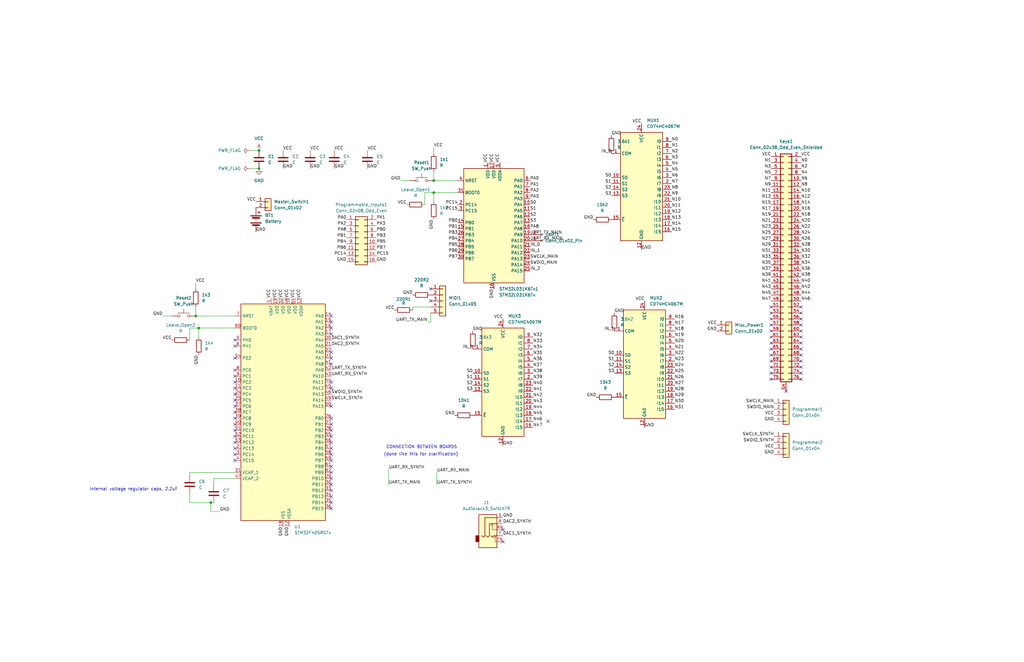
<source format=kicad_sch>
(kicad_sch (version 20231120) (generator "eeschema") (generator_version "8.0")
  (paper "User" 431.8 279.4)
  (lib_symbols
    (symbol "74xx:CD74HC4067M"
      (property "Reference" "U" (at -8.89 22.86 0))
      (property "Value" "CD74HC4067M" (at 1.27 22.86 0))
      (symbol "CD74HC4067M_1_1"
        (pin passive line (at -12.7 12.7 0) (length 3.81) (name "COM") (number "1"))
        (pin input line (at -12.7 2.54 0) (length 3.81) (name "S0") (number "10"))
        (pin input line (at -12.7 0 0) (length 3.81) (name "S1") (number "11"))
        (pin power_in line (at 0 -27.94 90) (length 3.81) (name "GND") (number "12"))
        (pin input line (at -12.7 -5.08 0) (length 3.81) (name "S3") (number "13"))
        (pin input line (at -12.7 -2.54 0) (length 3.81) (name "S2") (number "14"))
        (pin input line (at -12.7 -15.24 0) (length 3.81) (name "~{E}") (number "15"))
        (pin passive line (at 12.7 -20.32 180) (length 3.81) (name "I15") (number "16"))
        (pin passive line (at 12.7 -17.78 180) (length 3.81) (name "I14") (number "17"))
        (pin passive line (at 12.7 -15.24 180) (length 3.81) (name "I13") (number "18"))
        (pin passive line (at 12.7 -12.7 180) (length 3.81) (name "I12") (number "19"))
        (pin passive line (at 12.7 0 180) (length 3.81) (name "I7") (number "2"))
        (pin passive line (at 12.7 -10.16 180) (length 3.81) (name "I11") (number "20"))
        (pin passive line (at 12.7 -7.62 180) (length 3.81) (name "I10") (number "21"))
        (pin passive line (at 12.7 -5.08 180) (length 3.81) (name "I9") (number "22"))
        (pin passive line (at 12.7 -2.54 180) (length 3.81) (name "I8") (number "23"))
        (pin power_in line (at 0 25.4 270) (length 3.81) (name "VCC") (number "24"))
        (pin passive line (at 12.7 2.54 180) (length 3.81) (name "I6") (number "3"))
        (pin passive line (at 12.7 5.08 180) (length 3.81) (name "I5") (number "4"))
        (pin passive line (at 12.7 7.62 180) (length 3.81) (name "I4") (number "5"))
        (pin passive line (at 12.7 10.16 180) (length 3.81) (name "I3") (number "6"))
        (pin passive line (at 12.7 12.7 180) (length 3.81) (name "I2") (number "7"))
        (pin passive line (at 12.7 15.24 180) (length 3.81) (name "I1") (number "8"))
        (pin passive line (at 12.7 17.78 180) (length 3.81) (name "I0") (number "9"))
      )
    )
    (symbol "Connector:Conn_01x02_Pin" (pin_names (offset 1.016) hide)
      (property "Reference" "J" (at 0 2.54 0))
      (property "Value" "Conn_01x02_Pin" (at 0 -5.08 0))
      (symbol "Conn_01x02_Pin_1_1"
        (pin passive line (at 5.08 0 180) (length 3.81) (name "Pin_1") (number "1"))
        (pin passive line (at 5.08 -2.54 180) (length 3.81) (name "Pin_2") (number "2"))
      )
    )
    (symbol "Connector_Audio:AudioJack3_SwitchTR"
      (property "Reference" "J" (at 0 8.89 0))
      (property "Value" "AudioJack3_SwitchTR" (at 0 6.35 0))
      (symbol "AudioJack3_SwitchTR_1_1"
        (pin passive line (at 5.08 0 180) (length 2.54) (name "~") (number "R"))
        (pin passive line (at 5.08 -2.54 180) (length 2.54) (name "~") (number "RN"))
        (pin passive line (at 5.08 2.54 180) (length 2.54) (name "~") (number "S"))
        (pin passive line (at 5.08 -5.08 180) (length 2.54) (name "~") (number "T"))
        (pin passive line (at 5.08 -7.62 180) (length 2.54) (name "~") (number "TN"))
      )
    )
    (symbol "Connector_Generic:Conn_01x02" (pin_names (offset 1.016) hide)
      (property "Reference" "J" (at 0 2.54 0))
      (property "Value" "Conn_01x02" (at 0 -5.08 0))
      (symbol "Conn_01x02_1_1"
        (pin passive line (at -5.08 0 0) (length 3.81) (name "Pin_1") (number "1"))
        (pin passive line (at -5.08 -2.54 0) (length 3.81) (name "Pin_2") (number "2"))
      )
    )
    (symbol "Connector_Generic:Conn_01x04" (pin_names (offset 1.016) hide)
      (property "Reference" "J" (at 0 5.08 0))
      (property "Value" "Conn_01x04" (at 0 -7.62 0))
      (symbol "Conn_01x04_1_1"
        (pin passive line (at -5.08 2.54 0) (length 3.81) (name "Pin_1") (number "1"))
        (pin passive line (at -5.08 0 0) (length 3.81) (name "Pin_2") (number "2"))
        (pin passive line (at -5.08 -2.54 0) (length 3.81) (name "Pin_3") (number "3"))
        (pin passive line (at -5.08 -5.08 0) (length 3.81) (name "Pin_4") (number "4"))
      )
    )
    (symbol "Connector_Generic:Conn_01x05" (pin_names (offset 1.016) hide)
      (property "Reference" "J" (at 0 7.62 0))
      (property "Value" "Conn_01x05" (at 0 -7.62 0))
      (symbol "Conn_01x05_1_1"
        (pin passive line (at -5.08 5.08 0) (length 3.81) (name "Pin_1") (number "1"))
        (pin passive line (at -5.08 2.54 0) (length 3.81) (name "Pin_2") (number "2"))
        (pin passive line (at -5.08 0 0) (length 3.81) (name "Pin_3") (number "3"))
        (pin passive line (at -5.08 -2.54 0) (length 3.81) (name "Pin_4") (number "4"))
        (pin passive line (at -5.08 -5.08 0) (length 3.81) (name "Pin_5") (number "5"))
      )
    )
    (symbol "Connector_Generic:Conn_02x08_Odd_Even" (pin_names (offset 1.016) hide)
      (property "Reference" "J" (at 1.27 10.16 0))
      (property "Value" "Conn_02x08_Odd_Even" (at 1.27 -12.7 0))
      (symbol "Conn_02x08_Odd_Even_1_1"
        (pin passive line (at -5.08 7.62 0) (length 3.81) (name "Pin_1") (number "1"))
        (pin passive line (at 7.62 -2.54 180) (length 3.81) (name "Pin_10") (number "10"))
        (pin passive line (at -5.08 -5.08 0) (length 3.81) (name "Pin_11") (number "11"))
        (pin passive line (at 7.62 -5.08 180) (length 3.81) (name "Pin_12") (number "12"))
        (pin passive line (at -5.08 -7.62 0) (length 3.81) (name "Pin_13") (number "13"))
        (pin passive line (at 7.62 -7.62 180) (length 3.81) (name "Pin_14") (number "14"))
        (pin passive line (at -5.08 -10.16 0) (length 3.81) (name "Pin_15") (number "15"))
        (pin passive line (at 7.62 -10.16 180) (length 3.81) (name "Pin_16") (number "16"))
        (pin passive line (at 7.62 7.62 180) (length 3.81) (name "Pin_2") (number "2"))
        (pin passive line (at -5.08 5.08 0) (length 3.81) (name "Pin_3") (number "3"))
        (pin passive line (at 7.62 5.08 180) (length 3.81) (name "Pin_4") (number "4"))
        (pin passive line (at -5.08 2.54 0) (length 3.81) (name "Pin_5") (number "5"))
        (pin passive line (at 7.62 2.54 180) (length 3.81) (name "Pin_6") (number "6"))
        (pin passive line (at -5.08 0 0) (length 3.81) (name "Pin_7") (number "7"))
        (pin passive line (at 7.62 0 180) (length 3.81) (name "Pin_8") (number "8"))
        (pin passive line (at -5.08 -2.54 0) (length 3.81) (name "Pin_9") (number "9"))
      )
    )
    (symbol "Connector_Generic_Shielded:Conn_02x38_Odd_Even_Shielded" (pin_names (offset 1.016) hide)
      (property "Reference" "J" (at 1.524 48.006 0))
      (property "Value" "Conn_02x38_Odd_Even_Shielded" (at 2.286 -50.546 0))
      (symbol "Conn_02x38_Odd_Even_Shielded_1_1"
        (pin passive line (at -5.08 45.72 0) (length 4.064) (name "Pin_1") (number "1"))
        (pin passive line (at 7.62 35.56 180) (length 4.064) (name "Pin_10") (number "10"))
        (pin passive line (at -5.08 33.02 0) (length 4.064) (name "Pin_11") (number "11"))
        (pin passive line (at 7.62 33.02 180) (length 4.064) (name "Pin_12") (number "12"))
        (pin passive line (at -5.08 30.48 0) (length 4.064) (name "Pin_13") (number "13"))
        (pin passive line (at 7.62 30.48 180) (length 4.064) (name "Pin_14") (number "14"))
        (pin passive line (at -5.08 27.94 0) (length 4.064) (name "Pin_15") (number "15"))
        (pin passive line (at 7.62 27.94 180) (length 4.064) (name "Pin_16") (number "16"))
        (pin passive line (at -5.08 25.4 0) (length 4.064) (name "Pin_17") (number "17"))
        (pin passive line (at 7.62 25.4 180) (length 4.064) (name "Pin_18") (number "18"))
        (pin passive line (at -5.08 22.86 0) (length 4.064) (name "Pin_19") (number "19"))
        (pin passive line (at 7.62 45.72 180) (length 4.064) (name "Pin_2") (number "2"))
        (pin passive line (at 7.62 22.86 180) (length 4.064) (name "Pin_20") (number "20"))
        (pin passive line (at -5.08 20.32 0) (length 4.064) (name "Pin_21") (number "21"))
        (pin passive line (at 7.62 20.32 180) (length 4.064) (name "Pin_22") (number "22"))
        (pin passive line (at -5.08 17.78 0) (length 4.064) (name "Pin_23") (number "23"))
        (pin passive line (at 7.62 17.78 180) (length 4.064) (name "Pin_24") (number "24"))
        (pin passive line (at -5.08 15.24 0) (length 4.064) (name "Pin_25") (number "25"))
        (pin passive line (at 7.62 15.24 180) (length 4.064) (name "Pin_26") (number "26"))
        (pin passive line (at -5.08 12.7 0) (length 4.064) (name "Pin_27") (number "27"))
        (pin passive line (at 7.62 12.7 180) (length 4.064) (name "Pin_28") (number "28"))
        (pin passive line (at -5.08 10.16 0) (length 4.064) (name "Pin_29") (number "29"))
        (pin passive line (at -5.08 43.18 0) (length 4.064) (name "Pin_3") (number "3"))
        (pin passive line (at 7.62 10.16 180) (length 4.064) (name "Pin_30") (number "30"))
        (pin passive line (at -5.08 7.62 0) (length 4.064) (name "Pin_31") (number "31"))
        (pin passive line (at 7.62 7.62 180) (length 4.064) (name "Pin_32") (number "32"))
        (pin passive line (at -5.08 5.08 0) (length 4.064) (name "Pin_33") (number "33"))
        (pin passive line (at 7.62 5.08 180) (length 4.064) (name "Pin_34") (number "34"))
        (pin passive line (at -5.08 2.54 0) (length 4.064) (name "Pin_35") (number "35"))
        (pin passive line (at 7.62 2.54 180) (length 4.064) (name "Pin_36") (number "36"))
        (pin passive line (at -5.08 0 0) (length 4.064) (name "Pin_37") (number "37"))
        (pin passive line (at 7.62 0 180) (length 4.064) (name "Pin_38") (number "38"))
        (pin passive line (at -5.08 -2.54 0) (length 4.064) (name "Pin_39") (number "39"))
        (pin passive line (at 7.62 43.18 180) (length 4.064) (name "Pin_4") (number "4"))
        (pin passive line (at 7.62 -2.54 180) (length 4.064) (name "Pin_40") (number "40"))
        (pin passive line (at -5.08 -5.08 0) (length 4.064) (name "Pin_41") (number "41"))
        (pin passive line (at 7.62 -5.08 180) (length 4.064) (name "Pin_42") (number "42"))
        (pin passive line (at -5.08 -7.62 0) (length 4.064) (name "Pin_43") (number "43"))
        (pin passive line (at 7.62 -7.62 180) (length 4.064) (name "Pin_44") (number "44"))
        (pin passive line (at -5.08 -10.16 0) (length 4.064) (name "Pin_45") (number "45"))
        (pin passive line (at 7.62 -10.16 180) (length 4.064) (name "Pin_46") (number "46"))
        (pin passive line (at -5.08 -12.7 0) (length 4.064) (name "Pin_47") (number "47"))
        (pin passive line (at 7.62 -12.7 180) (length 4.064) (name "Pin_48") (number "48"))
        (pin passive line (at -5.08 -15.24 0) (length 4.064) (name "Pin_49") (number "49"))
        (pin passive line (at -5.08 40.64 0) (length 4.064) (name "Pin_5") (number "5"))
        (pin passive line (at 7.62 -15.24 180) (length 4.064) (name "Pin_50") (number "50"))
        (pin passive line (at -5.08 -17.78 0) (length 4.064) (name "Pin_51") (number "51"))
        (pin passive line (at 7.62 -17.78 180) (length 4.064) (name "Pin_52") (number "52"))
        (pin passive line (at -5.08 -20.32 0) (length 4.064) (name "Pin_53") (number "53"))
        (pin passive line (at 7.62 -20.32 180) (length 4.064) (name "Pin_54") (number "54"))
        (pin passive line (at -5.08 -22.86 0) (length 4.064) (name "Pin_55") (number "55"))
        (pin passive line (at 7.62 -22.86 180) (length 4.064) (name "Pin_56") (number "56"))
        (pin passive line (at -5.08 -25.4 0) (length 4.064) (name "Pin_57") (number "57"))
        (pin passive line (at 7.62 -25.4 180) (length 4.064) (name "Pin_58") (number "58"))
        (pin passive line (at -5.08 -27.94 0) (length 4.064) (name "Pin_59") (number "59"))
        (pin passive line (at 7.62 40.64 180) (length 4.064) (name "Pin_6") (number "6"))
        (pin passive line (at 7.62 -27.94 180) (length 4.064) (name "Pin_60") (number "60"))
        (pin passive line (at -5.08 -30.48 0) (length 4.064) (name "Pin_61") (number "61"))
        (pin passive line (at 7.62 -30.48 180) (length 4.064) (name "Pin_62") (number "62"))
        (pin passive line (at -5.08 -33.02 0) (length 4.064) (name "Pin_63") (number "63"))
        (pin passive line (at 7.62 -33.02 180) (length 4.064) (name "Pin_64") (number "64"))
        (pin passive line (at -5.08 -35.56 0) (length 4.064) (name "Pin_65") (number "65"))
        (pin passive line (at 7.62 -35.56 180) (length 4.064) (name "Pin_66") (number "66"))
        (pin passive line (at -5.08 -38.1 0) (length 4.064) (name "Pin_67") (number "67"))
        (pin passive line (at 7.62 -38.1 180) (length 4.064) (name "Pin_68") (number "68"))
        (pin passive line (at -5.08 -40.64 0) (length 4.064) (name "Pin_69") (number "69"))
        (pin passive line (at -5.08 38.1 0) (length 4.064) (name "Pin_7") (number "7"))
        (pin passive line (at 7.62 -40.64 180) (length 4.064) (name "Pin_70") (number "70"))
        (pin passive line (at -5.08 -43.18 0) (length 4.064) (name "Pin_71") (number "71"))
        (pin passive line (at 7.62 -43.18 180) (length 4.064) (name "Pin_72") (number "72"))
        (pin passive line (at -5.08 -45.72 0) (length 4.064) (name "Pin_73") (number "73"))
        (pin passive line (at 7.62 -45.72 180) (length 4.064) (name "Pin_74") (number "74"))
        (pin passive line (at -5.08 -48.26 0) (length 4.064) (name "Pin_75") (number "75"))
        (pin passive line (at 7.62 -48.26 180) (length 4.064) (name "Pin_76") (number "76"))
        (pin passive line (at 7.62 38.1 180) (length 4.064) (name "Pin_8") (number "8"))
        (pin passive line (at -5.08 35.56 0) (length 4.064) (name "Pin_9") (number "9"))
        (pin passive line (at 1.27 -53.34 90) (length 3.81) (name "Shield") (number "SH"))
      )
    )
    (symbol "Device:Battery" (pin_numbers hide) (pin_names (offset 0) hide)
      (property "Reference" "BT" (at 2.54 2.54 0))
      (property "Value" "Battery" (at 2.54 0 0))
      (symbol "Battery_1_1"
        (pin passive line (at 0 5.08 270) (length 2.54) (name "+") (number "1"))
        (pin passive line (at 0 -5.08 90) (length 2.54) (name "-") (number "2"))
      )
    )
    (symbol "Device:C" (pin_numbers hide) (pin_names (offset 0.254))
      (property "Reference" "C" (at 0.635 2.54 0))
      (property "Value" "C" (at 0.635 -2.54 0))
      (symbol "C_1_1"
        (pin passive line (at 0 3.81 270) (length 2.794) (name "~") (number "1"))
        (pin passive line (at 0 -3.81 90) (length 2.794) (name "~") (number "2"))
      )
    )
    (symbol "Device:R" (pin_numbers hide) (pin_names (offset 0))
      (property "Reference" "R" (at 2.032 0 90))
      (property "Value" "R" (at 0 0 90))
      (symbol "R_1_1"
        (pin passive line (at 0 3.81 270) (length 1.27) (name "~") (number "1"))
        (pin passive line (at 0 -3.81 90) (length 1.27) (name "~") (number "2"))
      )
    )
    (symbol "MCU_ST_STM32F4:STM32F405RGTx"
      (property "Reference" "U" (at -17.78 46.99 0))
      (property "Value" "STM32F405RGTx" (at 10.16 46.99 0))
      (symbol "STM32F405RGTx_1_1"
        (pin power_in line (at -5.08 48.26 270) (length 2.54) (name "VBAT") (number "1"))
        (pin bidirectional line (at -20.32 12.7 0) (length 2.54) (name "PC2") (number "10"))
        (pin bidirectional line (at -20.32 10.16 0) (length 2.54) (name "PC3") (number "11"))
        (pin power_in line (at 2.54 -48.26 90) (length 2.54) (name "VSSA") (number "12"))
        (pin power_in line (at 7.62 48.26 270) (length 2.54) (name "VDDA") (number "13"))
        (pin bidirectional line (at 20.32 40.64 180) (length 2.54) (name "PA0") (number "14"))
        (pin bidirectional line (at 20.32 38.1 180) (length 2.54) (name "PA1") (number "15"))
        (pin bidirectional line (at 20.32 35.56 180) (length 2.54) (name "PA2") (number "16"))
        (pin bidirectional line (at 20.32 33.02 180) (length 2.54) (name "PA3") (number "17"))
        (pin power_in line (at 0 -48.26 90) (length 2.54) (name "VSS") (number "18"))
        (pin power_in line (at -2.54 48.26 270) (length 2.54) (name "VDD") (number "19"))
        (pin bidirectional line (at -20.32 -15.24 0) (length 2.54) (name "PC13") (number "2"))
        (pin bidirectional line (at 20.32 30.48 180) (length 2.54) (name "PA4") (number "20"))
        (pin bidirectional line (at 20.32 27.94 180) (length 2.54) (name "PA5") (number "21"))
        (pin bidirectional line (at 20.32 25.4 180) (length 2.54) (name "PA6") (number "22"))
        (pin bidirectional line (at 20.32 22.86 180) (length 2.54) (name "PA7") (number "23"))
        (pin bidirectional line (at -20.32 7.62 0) (length 2.54) (name "PC4") (number "24"))
        (pin bidirectional line (at -20.32 5.08 0) (length 2.54) (name "PC5") (number "25"))
        (pin bidirectional line (at 20.32 -2.54 180) (length 2.54) (name "PB0") (number "26"))
        (pin bidirectional line (at 20.32 -5.08 180) (length 2.54) (name "PB1") (number "27"))
        (pin bidirectional line (at 20.32 -7.62 180) (length 2.54) (name "PB2") (number "28"))
        (pin bidirectional line (at 20.32 -27.94 180) (length 2.54) (name "PB10") (number "29"))
        (pin bidirectional line (at -20.32 -17.78 0) (length 2.54) (name "PC14") (number "3"))
        (pin bidirectional line (at 20.32 -30.48 180) (length 2.54) (name "PB11") (number "30"))
        (pin power_out line (at -20.32 -25.4 0) (length 2.54) (name "VCAP_1") (number "31"))
        (pin power_in line (at 0 48.26 270) (length 2.54) (name "VDD") (number "32"))
        (pin bidirectional line (at 20.32 -33.02 180) (length 2.54) (name "PB12") (number "33"))
        (pin bidirectional line (at 20.32 -35.56 180) (length 2.54) (name "PB13") (number "34"))
        (pin bidirectional line (at 20.32 -38.1 180) (length 2.54) (name "PB14") (number "35"))
        (pin bidirectional line (at 20.32 -40.64 180) (length 2.54) (name "PB15") (number "36"))
        (pin bidirectional line (at -20.32 2.54 0) (length 2.54) (name "PC6") (number "37"))
        (pin bidirectional line (at -20.32 0 0) (length 2.54) (name "PC7") (number "38"))
        (pin bidirectional line (at -20.32 -2.54 0) (length 2.54) (name "PC8") (number "39"))
        (pin bidirectional line (at -20.32 -20.32 0) (length 2.54) (name "PC15") (number "4"))
        (pin bidirectional line (at -20.32 -5.08 0) (length 2.54) (name "PC9") (number "40"))
        (pin bidirectional line (at 20.32 20.32 180) (length 2.54) (name "PA8") (number "41"))
        (pin bidirectional line (at 20.32 17.78 180) (length 2.54) (name "PA9") (number "42"))
        (pin bidirectional line (at 20.32 15.24 180) (length 2.54) (name "PA10") (number "43"))
        (pin bidirectional line (at 20.32 12.7 180) (length 2.54) (name "PA11") (number "44"))
        (pin bidirectional line (at 20.32 10.16 180) (length 2.54) (name "PA12") (number "45"))
        (pin bidirectional line (at 20.32 7.62 180) (length 2.54) (name "PA13") (number "46"))
        (pin power_out line (at -20.32 -27.94 0) (length 2.54) (name "VCAP_2") (number "47"))
        (pin power_in line (at 2.54 48.26 270) (length 2.54) (name "VDD") (number "48"))
        (pin bidirectional line (at 20.32 5.08 180) (length 2.54) (name "PA14") (number "49"))
        (pin bidirectional line (at -20.32 30.48 0) (length 2.54) (name "PH0") (number "5"))
        (pin bidirectional line (at 20.32 2.54 180) (length 2.54) (name "PA15") (number "50"))
        (pin bidirectional line (at -20.32 -7.62 0) (length 2.54) (name "PC10") (number "51"))
        (pin bidirectional line (at -20.32 -10.16 0) (length 2.54) (name "PC11") (number "52"))
        (pin bidirectional line (at -20.32 -12.7 0) (length 2.54) (name "PC12") (number "53"))
        (pin bidirectional line (at -20.32 22.86 0) (length 2.54) (name "PD2") (number "54"))
        (pin bidirectional line (at 20.32 -10.16 180) (length 2.54) (name "PB3") (number "55"))
        (pin bidirectional line (at 20.32 -12.7 180) (length 2.54) (name "PB4") (number "56"))
        (pin bidirectional line (at 20.32 -15.24 180) (length 2.54) (name "PB5") (number "57"))
        (pin bidirectional line (at 20.32 -17.78 180) (length 2.54) (name "PB6") (number "58"))
        (pin bidirectional line (at 20.32 -20.32 180) (length 2.54) (name "PB7") (number "59"))
        (pin bidirectional line (at -20.32 27.94 0) (length 2.54) (name "PH1") (number "6"))
        (pin input line (at -20.32 35.56 0) (length 2.54) (name "BOOT0") (number "60"))
        (pin bidirectional line (at 20.32 -22.86 180) (length 2.54) (name "PB8") (number "61"))
        (pin bidirectional line (at 20.32 -25.4 180) (length 2.54) (name "PB9") (number "62"))
        (pin passive line (at 0 -48.26 90) (length 2.54) hide (name "VSS") (number "63"))
        (pin power_in line (at 5.08 48.26 270) (length 2.54) (name "VDD") (number "64"))
        (pin input line (at -20.32 40.64 0) (length 2.54) (name "NRST") (number "7"))
        (pin bidirectional line (at -20.32 17.78 0) (length 2.54) (name "PC0") (number "8"))
        (pin bidirectional line (at -20.32 15.24 0) (length 2.54) (name "PC1") (number "9"))
      )
    )
    (symbol "MCU_ST_STM32L0:STM32L031K6Tx"
      (property "Reference" "U" (at -12.7 26.67 0))
      (property "Value" "STM32L031K6Tx" (at 5.08 26.67 0))
      (symbol "STM32L031K6Tx_1_1"
        (pin power_in line (at -2.54 27.94 270) (length 2.54) (name "VDD") (number "1"))
        (pin bidirectional line (at 15.24 10.16 180) (length 2.54) (name "PA4") (number "10"))
        (pin bidirectional line (at 15.24 7.62 180) (length 2.54) (name "PA5") (number "11"))
        (pin bidirectional line (at 15.24 5.08 180) (length 2.54) (name "PA6") (number "12"))
        (pin bidirectional line (at 15.24 2.54 180) (length 2.54) (name "PA7") (number "13"))
        (pin bidirectional line (at -15.24 2.54 0) (length 2.54) (name "PB0") (number "14"))
        (pin bidirectional line (at -15.24 0 0) (length 2.54) (name "PB1") (number "15"))
        (pin power_in line (at 0 -25.4 90) (length 2.54) (name "VSS") (number "16"))
        (pin power_in line (at 0 27.94 270) (length 2.54) (name "VDD") (number "17"))
        (pin bidirectional line (at 15.24 0 180) (length 2.54) (name "PA8") (number "18"))
        (pin bidirectional line (at 15.24 -2.54 180) (length 2.54) (name "PA9") (number "19"))
        (pin bidirectional line (at -15.24 10.16 0) (length 2.54) (name "PC14") (number "2"))
        (pin bidirectional line (at 15.24 -5.08 180) (length 2.54) (name "PA10") (number "20"))
        (pin bidirectional line (at 15.24 -7.62 180) (length 2.54) (name "PA11") (number "21"))
        (pin bidirectional line (at 15.24 -10.16 180) (length 2.54) (name "PA12") (number "22"))
        (pin bidirectional line (at 15.24 -12.7 180) (length 2.54) (name "PA13") (number "23"))
        (pin bidirectional line (at 15.24 -15.24 180) (length 2.54) (name "PA14") (number "24"))
        (pin bidirectional line (at 15.24 -17.78 180) (length 2.54) (name "PA15") (number "25"))
        (pin bidirectional line (at -15.24 -2.54 0) (length 2.54) (name "PB3") (number "26"))
        (pin bidirectional line (at -15.24 -5.08 0) (length 2.54) (name "PB4") (number "27"))
        (pin bidirectional line (at -15.24 -7.62 0) (length 2.54) (name "PB5") (number "28"))
        (pin bidirectional line (at -15.24 -10.16 0) (length 2.54) (name "PB6") (number "29"))
        (pin bidirectional line (at -15.24 7.62 0) (length 2.54) (name "PC15") (number "3"))
        (pin bidirectional line (at -15.24 -12.7 0) (length 2.54) (name "PB7") (number "30"))
        (pin input line (at -15.24 15.24 0) (length 2.54) (name "BOOT0") (number "31"))
        (pin passive line (at 0 -25.4 90) (length 2.54) hide (name "VSS") (number "32"))
        (pin input line (at -15.24 20.32 0) (length 2.54) (name "NRST") (number "4"))
        (pin power_in line (at 2.54 27.94 270) (length 2.54) (name "VDDA") (number "5"))
        (pin bidirectional line (at 15.24 20.32 180) (length 2.54) (name "PA0") (number "6"))
        (pin bidirectional line (at 15.24 17.78 180) (length 2.54) (name "PA1") (number "7"))
        (pin bidirectional line (at 15.24 15.24 180) (length 2.54) (name "PA2") (number "8"))
        (pin bidirectional line (at 15.24 12.7 180) (length 2.54) (name "PA3") (number "9"))
      )
    )
    (symbol "Switch:SW_Push" (pin_numbers hide) (pin_names (offset 1.016) hide)
      (property "Reference" "SW" (at 1.27 2.54 0))
      (property "Value" "SW_Push" (at 0 -1.524 0))
      (symbol "SW_Push_0_1"
        (pin passive line (at -5.08 0 0) (length 2.54) (name "1") (number "1"))
        (pin passive line (at 5.08 0 180) (length 2.54) (name "2") (number "2"))
      )
    )
    (symbol "power:+3.3V" (power) (pin_numbers hide) (pin_names (offset 0) hide)
      (property "Value" "+3.3V" (at 0 3.556 0))
      (symbol "+3.3V_1_1"
        (pin power_in line (at 0 0 90) (length 0) (name "~") (number "1"))
      )
    )
    (symbol "power:GND" (power) (pin_numbers hide) (pin_names (offset 0) hide)
      (property "Value" "GND" (at 0 -3.81 0))
      (symbol "GND_1_1"
        (pin power_in line (at 0 0 270) (length 0) (name "~") (number "1"))
      )
    )
    (symbol "power:PWR_FLAG" (power) (pin_numbers hide) (pin_names (offset 0) hide)
      (property "Value" "PWR_FLAG" (at 0 3.81 0))
      (symbol "PWR_FLAG_0_0"
        (pin power_out line (at 0 0 90) (length 0) (name "~") (number "1"))
      )
    )
  )
  (junction (at 109.22 63.5))
  (junction (at 88.9 212.09))
  (junction (at 182.88 81.28))
  (junction (at 182.88 76.2))
  (junction (at 109.22 71.12))
  (junction (at 83.82 138.43))
  (junction (at 82.55 133.35))
  (no_connect (at 139.7 191.77))
  (no_connect (at 181.61 121.92))
  (no_connect (at 337.82 152.4))
  (no_connect (at 331.47 165.1))
  (no_connect (at 139.7 153.67))
  (no_connect (at 99.06 181.61))
  (no_connect (at 139.7 199.39))
  (no_connect (at 99.06 171.45))
  (no_connect (at 325.12 142.24))
  (no_connect (at 139.7 161.29))
  (no_connect (at 139.7 148.59))
  (no_connect (at 337.82 142.24))
  (no_connect (at 139.7 138.43))
  (no_connect (at 139.7 184.15))
  (no_connect (at 325.12 154.94))
  (no_connect (at 337.82 139.7))
  (no_connect (at 99.06 166.37))
  (no_connect (at 139.7 186.69))
  (no_connect (at 99.06 176.53))
  (no_connect (at 139.7 201.93))
  (no_connect (at 337.82 154.94))
  (no_connect (at 99.06 173.99))
  (no_connect (at 325.12 144.78))
  (no_connect (at 139.7 209.55))
  (no_connect (at 139.7 196.85))
  (no_connect (at 337.82 147.32))
  (no_connect (at 337.82 134.62))
  (no_connect (at 99.06 143.51))
  (no_connect (at 337.82 149.86))
  (no_connect (at 337.82 132.08))
  (no_connect (at 325.12 157.48))
  (no_connect (at 139.7 179.07))
  (no_connect (at 212.09 223.52))
  (no_connect (at 99.06 186.69))
  (no_connect (at 139.7 133.35))
  (no_connect (at 139.7 151.13))
  (no_connect (at 99.06 189.23))
  (no_connect (at 99.06 168.91))
  (no_connect (at 325.12 134.62))
  (no_connect (at 99.06 158.75))
  (no_connect (at 99.06 194.31))
  (no_connect (at 325.12 147.32))
  (no_connect (at 337.82 160.02))
  (no_connect (at 99.06 191.77))
  (no_connect (at 139.7 140.97))
  (no_connect (at 139.7 194.31))
  (no_connect (at 139.7 163.83))
  (no_connect (at 231.14 177.8))
  (no_connect (at 325.12 149.86))
  (no_connect (at 325.12 152.4))
  (no_connect (at 325.12 139.7))
  (no_connect (at 99.06 179.07))
  (no_connect (at 99.06 163.83))
  (no_connect (at 337.82 144.78))
  (no_connect (at 325.12 160.02))
  (no_connect (at 139.7 181.61))
  (no_connect (at 325.12 137.16))
  (no_connect (at 139.7 204.47))
  (no_connect (at 139.7 212.09))
  (no_connect (at 181.61 127))
  (no_connect (at 139.7 189.23))
  (no_connect (at 139.7 171.45))
  (no_connect (at 139.7 214.63))
  (no_connect (at 337.82 157.48))
  (no_connect (at 139.7 207.01))
  (no_connect (at 337.82 137.16))
  (no_connect (at 139.7 135.89))
  (no_connect (at 139.7 176.53))
  (no_connect (at 99.06 156.21))
  (no_connect (at 212.09 228.6))
  (no_connect (at 325.12 132.08))
  (no_connect (at 99.06 146.05))
  (no_connect (at 99.06 161.29))
  (no_connect (at 99.06 184.15))
  (no_connect (at 325.12 129.54))
  (no_connect (at 337.82 129.54))
  (no_connect (at 99.06 151.13))
  (wire (pts (xy 173.99 129.54) (xy 181.61 129.54)))
  (wire (pts (xy 105.41 63.5) (xy 109.22 63.5)))
  (wire (pts (xy 182.88 72.39) (xy 182.88 76.2)))
  (wire (pts (xy 182.88 62.23) (xy 182.88 64.77)))
  (wire (pts (xy 80.01 138.43) (xy 80.01 143.51)))
  (wire (pts (xy 182.88 81.28) (xy 182.88 85.09)))
  (wire (pts (xy 80.01 212.09) (xy 88.9 212.09)))
  (wire (pts (xy 82.55 133.35) (xy 99.06 133.35)))
  (wire (pts (xy 88.9 215.9) (xy 88.9 212.09)))
  (wire (pts (xy 80.01 200.66) (xy 80.01 199.39)))
  (wire (pts (xy 99.06 201.93) (xy 90.17 201.93)))
  (wire (pts (xy 193.04 81.28) (xy 182.88 81.28)))
  (wire (pts (xy 80.01 208.28) (xy 80.01 212.09)))
  (wire (pts (xy 179.07 81.28) (xy 182.88 81.28)))
  (wire (pts (xy 173.99 130.81) (xy 173.99 129.54)))
  (wire (pts (xy 105.41 71.12) (xy 109.22 71.12)))
  (wire (pts (xy 82.55 119.38) (xy 82.55 121.92)))
  (wire (pts (xy 90.17 201.93) (xy 90.17 204.47)))
  (wire (pts (xy 80.01 199.39) (xy 99.06 199.39)))
  (wire (pts (xy 184.15 199.39) (xy 184.15 204.47)))
  (wire (pts (xy 82.55 129.54) (xy 82.55 133.35)))
  (wire (pts (xy 68.58 133.35) (xy 72.39 133.35)))
  (wire (pts (xy 193.04 76.2) (xy 182.88 76.2)))
  (wire (pts (xy 88.9 212.09) (xy 90.17 212.09)))
  (wire (pts (xy 163.83 198.12) (xy 163.83 204.47)))
  (wire (pts (xy 168.91 76.2) (xy 172.72 76.2)))
  (wire (pts (xy 92.71 215.9) (xy 88.9 215.9)))
  (wire (pts (xy 80.01 138.43) (xy 83.82 138.43)))
  (wire (pts (xy 179.07 81.28) (xy 179.07 86.36)))
  (wire (pts (xy 181.61 135.89) (xy 181.61 132.08)))
  (wire (pts (xy 83.82 138.43) (xy 83.82 142.24)))
  (wire (pts (xy 83.82 138.43) (xy 99.06 138.43)))
  (wire (pts (xy 180.34 135.89) (xy 181.61 135.89)))
  (text "(done like this for clarification)" (at 177.546 191.77 0) (effects (font (size 1.27 1.27))))
  (text "CONNECTION BETWEEN BOARDS" (at 177.8 188.722 0) (effects (font (size 1.27 1.27))))
  (text "Internal voltage regulator caps, 2.2uF" (at 56.388 206.502 0) (effects (font (size 1.27 1.27))))
  (label "VCC" (at 119.38 125.73 90))
  (label "N4" (at 337.82 73.66 0))
  (label "GND" (at 270.51 105.41 0))
  (label "N32" (at 337.82 109.22 0))
  (label "N9" (at 325.12 78.74 180))
  (label "PB1" (at 193.04 96.52 180))
  (label "VCC" (at 182.88 62.23 0))
  (label "N38" (at 224.79 157.48 0))
  (label "N10" (at 283.21 85.09 0))
  (label "N28" (at 284.48 165.1 0))
  (label "N31" (at 325.12 106.68 180))
  (label "DAC2_SYNTH" (at 212.09 220.98 0))
  (label "IN_0" (at 257.81 64.77 180))
  (label "UART_TX_MAIN" (at 223.52 99.06 0))
  (label "N28" (at 337.82 104.14 0))
  (label "PB3" (at 193.04 99.06 180))
  (label "VCC" (at 325.12 66.04 180))
  (label "N34" (at 224.79 147.32 0))
  (label "GND" (at 121.92 222.25 270))
  (label "S1" (at 259.08 152.4 180))
  (label "PB5" (at 158.75 102.87 0))
  (label "VCC" (at 72.39 143.51 180))
  (label "N31" (at 284.48 172.72 0))
  (label "S2" (at 199.39 162.56 180))
  (label "S1" (at 257.81 77.47 180))
  (label "VCC" (at 171.45 86.36 180))
  (label "PB4" (at 146.05 102.87 180))
  (label "SWDIO_SYNTH" (at 326.39 186.69 180))
  (label "PB1" (at 146.05 100.33 180))
  (label "VCC" (at 121.92 125.73 90))
  (label "N6" (at 337.82 76.2 0))
  (label "N7" (at 325.12 76.2 180))
  (label "GND" (at 119.38 222.25 270))
  (label "SWDIO_SYNTH" (at 139.7 166.37 0))
  (label "N30" (at 337.82 106.68 0))
  (label "N20" (at 284.48 144.78 0))
  (label "VCC" (at 107.95 85.09 180))
  (label "N21" (at 325.12 93.98 180))
  (label "N16" (at 337.82 88.9 0))
  (label "N20" (at 337.82 93.98 0))
  (label "VCC" (at 208.28 68.58 90))
  (label "GND" (at 173.99 124.46 180))
  (label "VCC" (at 337.82 66.04 0))
  (label "N5" (at 283.21 72.39 0))
  (label "SWCLK_SYNTH" (at 326.39 184.15 180))
  (label "N2" (at 283.21 64.77 0))
  (label "VCC" (at 166.37 130.81 180))
  (label "S3" (at 199.39 165.1 180))
  (label "SWCLK_MAIN" (at 326.39 170.18 180))
  (label "S2" (at 259.08 154.94 180))
  (label "N14" (at 337.82 86.36 0))
  (label "VCC" (at 270.51 52.07 180))
  (label "N26" (at 284.48 160.02 0))
  (label "UART_RX_MAIN" (at 223.52 101.6 0))
  (label "PB7" (at 158.75 105.41 0))
  (label "SWDIO_MAIN" (at 326.39 172.72 180))
  (label "N40" (at 224.79 162.56 0))
  (label "GND" (at 130.81 71.12 0))
  (label "VCC" (at 82.55 119.38 0))
  (label "N2" (at 337.82 71.12 0))
  (label "N24" (at 337.82 99.06 0))
  (label "UART_TX_SYNTH" (at 139.7 156.21 0))
  (label "N47" (at 325.12 127 180))
  (label "N41" (at 325.12 119.38 180))
  (label "VCC" (at 130.81 63.5 0))
  (label "PA0" (at 146.05 92.71 180))
  (label "N44" (at 337.82 124.46 0))
  (label "VCC" (at 212.09 134.62 180))
  (label "N25" (at 284.48 157.48 0))
  (label "N8" (at 337.82 78.74 0))
  (label "S0" (at 223.52 86.36 0))
  (label "N44" (at 224.79 172.72 0))
  (label "S3" (at 257.81 82.55 180))
  (label "N15" (at 325.12 86.36 180))
  (label "N32" (at 224.79 142.24 0))
  (label "GND" (at 158.75 110.49 0))
  (label "S0" (at 259.08 149.86 180))
  (label "GND" (at 199.39 139.7 0))
  (label "UART_TX_MAIN" (at 180.34 135.89 180))
  (label "GND" (at 326.39 177.8 180))
  (label "N40" (at 337.82 119.38 0))
  (label "PC14" (at 193.04 86.36 180))
  (label "PB3" (at 158.75 100.33 0))
  (label "N7" (at 283.21 77.47 0))
  (label "N13" (at 283.21 92.71 0))
  (label "PB0" (at 193.04 93.98 180))
  (label "N30" (at 284.48 170.18 0))
  (label "N4" (at 283.21 69.85 0))
  (label "GND" (at 302.26 139.7 180))
  (label "N37" (at 224.79 154.94 0))
  (label "UART_TX_MAIN" (at 163.83 204.47 0))
  (label "N17" (at 284.48 137.16 0))
  (label "N3" (at 325.12 71.12 180))
  (label "N46" (at 337.82 127 0))
  (label "DAC2_SYNTH" (at 139.7 146.05 0))
  (label "N33" (at 224.79 144.78 0))
  (label "N10" (at 337.82 81.28 0))
  (label "GND" (at 119.38 71.12 0))
  (label "N45" (at 325.12 124.46 180))
  (label "GND" (at 251.46 167.64 180))
  (label "N35" (at 224.79 149.86 0))
  (label "IN_1" (at 223.52 106.68 0))
  (label "PB7" (at 193.04 109.22 180))
  (label "S2" (at 223.52 91.44 0))
  (label "PB0" (at 158.75 97.79 0))
  (label "IN_0" (at 223.52 104.14 0))
  (label "PA8" (at 223.52 96.52 0))
  (label "N8" (at 283.21 80.01 0))
  (label "PB4" (at 193.04 101.6 180))
  (label "PA3" (at 223.52 83.82 0))
  (label "UART_RX_MAIN" (at 184.15 199.39 0))
  (label "PA2" (at 223.52 81.28 0))
  (label "GND" (at 140.97 71.12 0))
  (label "GND" (at 92.71 215.9 0))
  (label "UART_TX_SYNTH" (at 184.15 204.47 0))
  (label "GND" (at 212.09 187.96 0))
  (label "S3" (at 259.08 157.48 180))
  (label "N11" (at 325.12 81.28 180))
  (label "VCC" (at 210.82 68.58 90))
  (label "GND" (at 154.94 71.12 0))
  (label "N29" (at 325.12 104.14 180))
  (label "N19" (at 325.12 91.44 180))
  (label "PC14" (at 146.05 107.95 180))
  (label "N34" (at 337.82 111.76 0))
  (label "S0" (at 257.81 74.93 180))
  (label "N27" (at 284.48 162.56 0))
  (label "N13" (at 325.12 83.82 180))
  (label "GND" (at 191.77 175.26 180))
  (label "GND" (at 107.95 97.79 0))
  (label "N0" (at 337.82 68.58 0))
  (label "SWCLK_SYNTH" (at 139.7 168.91 0))
  (label "GND" (at 208.28 121.92 270))
  (label "PA2" (at 146.05 95.25 180))
  (label "VCC" (at 271.78 127 180))
  (label "N37" (at 325.12 114.3 180))
  (label "PA0" (at 223.52 76.2 0))
  (label "GND" (at 257.81 57.15 0))
  (label "N1" (at 283.21 62.23 0))
  (label "N39" (at 325.12 116.84 180))
  (label "VCC" (at 326.39 175.26 180))
  (label "PA1" (at 223.52 78.74 0))
  (label "N41" (at 224.79 165.1 0))
  (label "S0" (at 199.39 157.48 180))
  (label "N3" (at 283.21 67.31 0))
  (label "S1" (at 199.39 160.02 180))
  (label "N15" (at 283.21 97.79 0))
  (label "VCC" (at 326.39 189.23 180))
  (label "N19" (at 284.48 142.24 0))
  (label "N27" (at 325.12 101.6 180))
  (label "VCC" (at 302.26 137.16 180))
  (label "VCC" (at 205.74 68.58 90))
  (label "SWCLK_MAIN" (at 223.52 109.22 0))
  (label "IN_2" (at 223.52 114.3 0))
  (label "N21" (at 284.48 147.32 0))
  (label "PB5" (at 193.04 104.14 180))
  (label "PA8" (at 146.05 97.79 180))
  (label "PA1" (at 158.75 92.71 0))
  (label "N9" (at 283.21 82.55 0))
  (label "N38" (at 337.82 116.84 0))
  (label "N42" (at 337.82 121.92 0))
  (label "PB6" (at 146.05 105.41 180))
  (label "N33" (at 325.12 109.22 180))
  (label "PB6" (at 193.04 106.68 180))
  (label "GND" (at 326.39 191.77 180))
  (label "N6" (at 283.21 74.93 0))
  (label "PC15" (at 158.75 107.95 0))
  (label "N36" (at 337.82 114.3 0))
  (label "N12" (at 337.82 83.82 0))
  (label "N22" (at 284.48 149.86 0))
  (label "SWDIO_MAIN" (at 223.52 111.76 0))
  (label "UART_RX_SYNTH" (at 163.83 198.12 0))
  (label "N12" (at 283.21 90.17 0))
  (label "VCC" (at 154.94 63.5 0))
  (label "UART_RX_SYNTH" (at 139.7 158.75 0))
  (label "N23" (at 325.12 96.52 180))
  (label "N11" (at 283.21 87.63 0))
  (label "GND" (at 68.58 133.35 180))
  (label "N18" (at 284.48 139.7 0))
  (label "VCC" (at 116.84 125.73 90))
  (label "N16" (at 284.48 134.62 0))
  (label "VCC" (at 124.46 125.73 90))
  (label "PA3" (at 158.75 95.25 0))
  (label "N35" (at 325.12 111.76 180))
  (label "N26" (at 337.82 101.6 0))
  (label "S2" (at 257.81 80.01 180))
  (label "IN_2" (at 199.39 147.32 180))
  (label "N17" (at 325.12 88.9 180))
  (label "N18" (at 337.82 91.44 0))
  (label "GND" (at 168.91 76.2 180))
  (label "N45" (at 224.79 175.26 0))
  (label "N14" (at 283.21 95.25 0))
  (label "GND" (at 83.82 149.86 270))
  (label "VCC" (at 119.38 63.5 0))
  (label "GND" (at 182.88 92.71 270))
  (label "VCC" (at 127 125.73 90))
  (label "VCC" (at 140.97 63.5 0))
  (label "N1" (at 325.12 68.58 180))
  (label "N42" (at 224.79 167.64 0))
  (label "GND" (at 146.05 110.49 180))
  (label "N39" (at 224.79 160.02 0))
  (label "VCC" (at 114.3 125.73 90))
  (label "N36" (at 224.79 152.4 0))
  (label "N47" (at 224.79 180.34 0))
  (label "N5" (at 325.12 73.66 180))
  (label "N43" (at 224.79 170.18 0))
  (label "GND" (at 212.09 218.44 0))
  (label "GND" (at 250.19 92.71 180))
  (label "GND" (at 259.08 132.08 0))
  (label "N25" (at 325.12 99.06 180))
  (label "PC15" (at 193.04 88.9 180))
  (label "DAC1_SYNTH" (at 212.09 226.06 0))
  (label "DAC1_SYNTH" (at 139.7 143.51 0))
  (label "S3" (at 223.52 93.98 0))
  (label "N24" (at 284.48 154.94 0))
  (label "S1" (at 223.52 88.9 0))
  (label "N43" (at 325.12 121.92 180))
  (label "N22" (at 337.82 96.52 0))
  (label "N0" (at 283.21 59.69 0))
  (label "N46" (at 224.79 177.8 0))
  (label "GND" (at 271.78 180.34 0))
  (label "N29" (at 284.48 167.64 0))
  (label "N23" (at 284.48 152.4 0))
  (label "IN_1" (at 259.08 139.7 180))
  (symbol (lib_id "Device:C") (at 109.22 67.31 0) (unit 1)
    (property "Reference" "C1" (at 113.03 66.0399 0) (effects (justify left)))
    (property "Value" "C" (at 113.03 68.5799 0) (effects (justify left)))
    (property "Footprint" "Capacitor_THT:CP_Radial_D5.0mm_P2.00mm" (effects (hide yes)))
    (property "Description" "Unpolarized capacitor" (effects (hide yes)))
  )
  (symbol (lib_id "Device:Battery") (at 107.95 92.71 0) (unit 1)
    (property "Reference" "BT1" (at 111.76 90.8684 0) (effects (justify left)))
    (property "Value" "Battery" (at 111.76 93.4084 0) (effects (justify left)))
    (property "Footprint" "Battery:BatteryHolder_MPD_BC2AAPC_2xAA" (effects (hide yes)))
    (property "Description" "Multiple-cell battery" (effects (hide yes)))
  )
  (symbol (lib_id "Connector_Generic:Conn_01x02") (at 307.34 137.16 0) (unit 1)
    (property "Reference" "Misc_Power1" (at 309.88 137.1599 0) (effects (justify left)))
    (property "Value" "Conn_01x02" (at 309.88 139.6999 0) (effects (justify left)))
    (property "Footprint" "Connector_PinHeader_2.54mm:PinHeader_1x02_P2.54mm_Horizontal" (effects (hide yes)))
    (property "Description" "Generic connector, single row, 01x02, script generated (kicad-library-utils/schlib/autogen/connector/)" (effects (hide yes)))
  )
  (symbol (lib_id "74xx:CD74HC4067M") (at 270.51 77.47 0) (unit 1)
    (property "Reference" "MUX1" (at 272.7041 50.8 0) (effects (justify left)))
    (property "Value" "CD74HC4067M" (at 272.7041 53.34 0) (effects (justify left)))
    (property "Footprint" "Package_SO:SOIC-24W_7.5x15.4mm_P1.27mm" (effects (hide yes)))
    (property "Datasheet" "http://www.ti.com/lit/ds/symlink/cd74hc4067.pdf" (effects (hide yes)))
    (property "Description" "High-Speed CMOS Logic 16-Channel Analog Multiplexer/Demultiplexer, SOIC-24" (effects (hide yes)))
  )
  (symbol (lib_id "Connector_Generic:Conn_02x08_Odd_Even") (at 151.13 100.33 0) (unit 1)
    (property "Reference" "Programmable_Inputs1" (at 152.4 86.36 0))
    (property "Value" "Conn_02x08_Odd_Even" (at 152.4 88.9 0))
    (property "Footprint" "Connector_PinHeader_2.54mm:PinHeader_2x08_P2.54mm_Horizontal" (effects (hide yes)))
    (property "Description" "Generic connector, double row, 02x08, odd/even pin numbering scheme (row 1 odd numbers, row 2 even numbers), script generated (kicad-library-utils/schlib/autogen/connector/)" (effects (hide yes)))
  )
  (symbol (lib_id "Connector:Conn_01x02_Pin") (at 228.6 101.6 180) (unit 1)
    (property "Reference" "UART1" (at 229.87 99.0599 0) (effects (justify right)))
    (property "Value" "Conn_01x02_Pin" (at 229.87 101.5999 0) (effects (justify right)))
    (property "Footprint" "Connector_PinHeader_2.54mm:PinHeader_1x02_P2.54mm_Horizontal" (effects (hide yes)))
    (property "Description" "Generic connector, single row, 01x02, script generated" (effects (hide yes)))
  )
  (symbol (lib_id "Device:C") (at 154.94 67.31 0) (unit 1)
    (property "Reference" "C5" (at 158.75 66.0399 0) (effects (justify left)))
    (property "Value" "C" (at 158.75 68.5799 0) (effects (justify left)))
    (property "Footprint" "Capacitor_THT:CP_Radial_D5.0mm_P2.00mm" (effects (hide yes)))
    (property "Description" "Unpolarized capacitor" (effects (hide yes)))
  )
  (symbol (lib_id "Device:R") (at 83.82 146.05 0) (unit 1)
    (property "Reference" "1k4" (at 86.36 144.7799 0) (effects (justify left)))
    (property "Value" "R" (at 86.36 147.3199 0) (effects (justify left)))
    (property "Footprint" "Resistor_THT:R_Axial_DIN0204_L3.6mm_D1.6mm_P7.62mm_Horizontal" (effects (hide yes)))
    (property "Description" "Resistor" (effects (hide yes)))
  )
  (symbol (lib_id "Device:R") (at 257.81 60.96 0) (unit 1)
    (property "Reference" "3.6k1" (at 260.35 59.6899 0) (effects (justify left)))
    (property "Value" "R" (at 260.35 62.2299 0) (effects (justify left)))
    (property "Footprint" "Resistor_THT:R_Axial_DIN0204_L3.6mm_D1.6mm_P7.62mm_Horizontal" (effects (hide yes)))
    (property "Description" "Resistor" (effects (hide yes)))
  )
  (symbol (lib_id "Device:R") (at 195.58 175.26 270) (unit 1)
    (property "Reference" "10k1" (at 195.58 168.91 90))
    (property "Value" "R" (at 195.58 171.45 90))
    (property "Footprint" "Resistor_THT:R_Axial_DIN0204_L3.6mm_D1.6mm_P7.62mm_Horizontal" (effects (hide yes)))
    (property "Description" "Resistor" (effects (hide yes)))
  )
  (symbol (lib_id "Connector_Generic:Conn_01x04") (at 331.47 172.72 0) (unit 1)
    (property "Reference" "Programmer1" (at 334.01 172.7199 0) (effects (justify left)))
    (property "Value" "Conn_01x04" (at 334.01 175.2599 0) (effects (justify left)))
    (property "Footprint" "Connector_PinHeader_2.54mm:PinHeader_1x04_P2.54mm_Horizontal" (effects (hide yes)))
    (property "Description" "Generic connector, single row, 01x04, script generated (kicad-library-utils/schlib/autogen/connector/)" (effects (hide yes)))
  )
  (symbol (lib_id "Device:R") (at 175.26 86.36 270) (unit 1)
    (property "Reference" "Leave_Open1" (at 175.26 80.01 90))
    (property "Value" "R" (at 175.26 82.55 90))
    (property "Footprint" "Resistor_THT:R_Axial_DIN0204_L3.6mm_D1.6mm_P7.62mm_Horizontal" (effects (hide yes)))
    (property "Description" "Resistor" (effects (hide yes)))
  )
  (symbol (lib_id "power:PWR_FLAG") (at 105.41 63.5 90) (unit 1)
    (property "Reference" "#FLG01" (effects (hide yes)))
    (property "Value" "PWR_FLAG" (at 101.6 63.4999 90) (effects (justify left)))
    (property "Description" "Special symbol for telling ERC where power comes from" (effects (hide yes)))
  )
  (symbol (lib_id "power:PWR_FLAG") (at 105.41 71.12 90) (unit 1)
    (property "Reference" "#FLG02" (effects (hide yes)))
    (property "Value" "PWR_FLAG" (at 101.6 71.1199 90) (effects (justify left)))
    (property "Description" "Special symbol for telling ERC where power comes from" (effects (hide yes)))
  )
  (symbol (lib_id "Device:R") (at 177.8 124.46 90) (unit 1)
    (property "Reference" "220R2" (at 177.8 118.11 90))
    (property "Value" "R" (at 177.8 120.65 90))
    (property "Footprint" "Resistor_THT:R_Axial_DIN0204_L3.6mm_D1.6mm_P7.62mm_Horizontal" (effects (hide yes)))
    (property "Description" "Resistor" (effects (hide yes)))
  )
  (symbol (lib_id "Device:R") (at 182.88 68.58 0) (unit 1)
    (property "Reference" "1k1" (at 185.42 67.3099 0) (effects (justify left)))
    (property "Value" "R" (at 185.42 69.8499 0) (effects (justify left)))
    (property "Footprint" "Resistor_THT:R_Axial_DIN0204_L3.6mm_D1.6mm_P7.62mm_Horizontal" (effects (hide yes)))
    (property "Description" "Resistor" (effects (hide yes)))
  )
  (symbol (lib_id "Device:C") (at 140.97 67.31 0) (unit 1)
    (property "Reference" "C4" (at 144.78 66.0399 0) (effects (justify left)))
    (property "Value" "C" (at 144.78 68.5799 0) (effects (justify left)))
    (property "Footprint" "Capacitor_THT:CP_Radial_D5.0mm_P2.00mm" (effects (hide yes)))
    (property "Description" "Unpolarized capacitor" (effects (hide yes)))
  )
  (symbol (lib_id "power:+3.3V") (at 109.22 63.5 0) (unit 1)
    (property "Reference" "#PWR01" (effects (hide yes)))
    (property "Value" "VCC" (at 109.22 58.42 0))
    (property "Description" "Power symbol creates a global label with name \"+3.3V\"" (effects (hide yes)))
  )
  (symbol (lib_id "Device:C") (at 80.01 204.47 0) (unit 1)
    (property "Reference" "C6" (at 83.82 203.1999 0) (effects (justify left)))
    (property "Value" "C" (at 83.82 205.7399 0) (effects (justify left)))
    (property "Footprint" "Capacitor_THT:CP_Radial_D5.0mm_P2.00mm" (effects (hide yes)))
    (property "Description" "Unpolarized capacitor" (effects (hide yes)))
  )
  (symbol (lib_id "Device:R") (at 182.88 88.9 0) (unit 1)
    (property "Reference" "1k2" (at 185.42 87.6299 0) (effects (justify left)))
    (property "Value" "R" (at 185.42 90.1699 0) (effects (justify left)))
    (property "Footprint" "Resistor_THT:R_Axial_DIN0204_L3.6mm_D1.6mm_P7.62mm_Horizontal" (effects (hide yes)))
    (property "Description" "Resistor" (effects (hide yes)))
  )
  (symbol (lib_id "Device:R") (at 82.55 125.73 0) (unit 1)
    (property "Reference" "1k3" (at 85.09 124.4599 0) (effects (justify left)))
    (property "Value" "R" (at 85.09 126.9999 0) (effects (justify left)))
    (property "Footprint" "Resistor_THT:R_Axial_DIN0204_L3.6mm_D1.6mm_P7.62mm_Horizontal" (effects (hide yes)))
    (property "Description" "Resistor" (effects (hide yes)))
  )
  (symbol (lib_id "Connector_Generic:Conn_01x04") (at 331.47 186.69 0) (unit 1)
    (property "Reference" "Programmer2" (at 334.01 186.6899 0) (effects (justify left)))
    (property "Value" "Conn_01x04" (at 334.01 189.2299 0) (effects (justify left)))
    (property "Footprint" "Connector_PinHeader_2.54mm:PinHeader_1x04_P2.54mm_Horizontal" (effects (hide yes)))
    (property "Description" "Generic connector, single row, 01x04, script generated (kicad-library-utils/schlib/autogen/connector/)" (effects (hide yes)))
  )
  (symbol (lib_id "Connector_Audio:AudioJack3_SwitchTR") (at 207.01 220.98 0) (unit 1)
    (property "Reference" "J1" (at 205.105 212.09 0))
    (property "Value" "AudioJack3_SwitchTR" (at 205.105 214.63 0))
    (property "Footprint" "Connector_Audio:Jack_3.5mm_CUI_SJ1-3525N_Horizontal" (effects (hide yes)))
    (property "Description" "Audio Jack, 3 Poles (Stereo / TRS), Switched TR Poles (Normalling)" (effects (hide yes)))
  )
  (symbol (lib_id "Device:R") (at 255.27 167.64 270) (unit 1)
    (property "Reference" "10k3" (at 255.27 161.29 90))
    (property "Value" "R" (at 255.27 163.83 90))
    (property "Footprint" "Resistor_THT:R_Axial_DIN0204_L3.6mm_D1.6mm_P7.62mm_Horizontal" (effects (hide yes)))
    (property "Description" "Resistor" (effects (hide yes)))
  )
  (symbol (lib_id "Device:R") (at 199.39 143.51 0) (unit 1)
    (property "Reference" "3.6k3" (at 201.93 142.2399 0) (effects (justify left)))
    (property "Value" "R" (at 201.93 144.7799 0) (effects (justify left)))
    (property "Footprint" "Resistor_THT:R_Axial_DIN0204_L3.6mm_D1.6mm_P7.62mm_Horizontal" (effects (hide yes)))
    (property "Description" "Resistor" (effects (hide yes)))
  )
  (symbol (lib_id "Device:C") (at 119.38 67.31 0) (unit 1)
    (property "Reference" "C2" (at 123.19 66.0399 0) (effects (justify left)))
    (property "Value" "C" (at 123.19 68.5799 0) (effects (justify left)))
    (property "Footprint" "Capacitor_THT:CP_Radial_D5.0mm_P2.00mm" (effects (hide yes)))
    (property "Description" "Unpolarized capacitor" (effects (hide yes)))
  )
  (symbol (lib_id "Device:C") (at 90.17 208.28 0) (unit 1)
    (property "Reference" "C7" (at 93.98 207.0099 0) (effects (justify left)))
    (property "Value" "C" (at 93.98 209.5499 0) (effects (justify left)))
    (property "Footprint" "Capacitor_THT:CP_Radial_D5.0mm_P2.00mm" (effects (hide yes)))
    (property "Description" "Unpolarized capacitor" (effects (hide yes)))
  )
  (symbol (lib_id "Connector_Generic:Conn_01x05") (at 186.69 127 0) (unit 1)
    (property "Reference" "MIDI1" (at 189.23 125.7299 0) (effects (justify left)))
    (property "Value" "Conn_01x05" (at 189.23 128.2699 0) (effects (justify left)))
    (property "Footprint" "Connector_PinHeader_2.54mm:PinHeader_1x05_P2.54mm_Horizontal" (effects (hide yes)))
    (property "Description" "Generic connector, single row, 01x05, script generated (kicad-library-utils/schlib/autogen/connector/)" (effects (hide yes)))
  )
  (symbol (lib_id "Device:R") (at 170.18 130.81 90) (unit 1)
    (property "Reference" "220R1" (at 170.18 126.238 90))
    (property "Value" "R" (at 170.18 128.016 90))
    (property "Footprint" "Resistor_THT:R_Axial_DIN0204_L3.6mm_D1.6mm_P7.62mm_Horizontal" (effects (hide yes)))
    (property "Description" "Resistor" (effects (hide yes)))
  )
  (symbol (lib_id "power:GND") (at 109.22 71.12 0) (unit 1)
    (property "Reference" "#PWR02" (effects (hide yes)))
    (property "Value" "GND" (at 109.22 76.2 0))
    (property "Description" "Power symbol creates a global label with name \"GND\" , ground" (effects (hide yes)))
  )
  (symbol (lib_id "74xx:CD74HC4067M") (at 212.09 160.02 0) (unit 1)
    (property "Reference" "MUX3" (at 214.2841 133.35 0) (effects (justify left)))
    (property "Value" "CD74HC4067M" (at 214.2841 135.89 0) (effects (justify left)))
    (property "Footprint" "Package_SO:SOIC-24W_7.5x15.4mm_P1.27mm" (effects (hide yes)))
    (property "Datasheet" "http://www.ti.com/lit/ds/symlink/cd74hc4067.pdf" (effects (hide yes)))
    (property "Description" "High-Speed CMOS Logic 16-Channel Analog Multiplexer/Demultiplexer, SOIC-24" (effects (hide yes)))
  )
  (symbol (lib_id "74xx:CD74HC4067M") (at 271.78 152.4 0) (unit 1)
    (property "Reference" "MUX2" (at 273.9741 125.73 0) (effects (justify left)))
    (property "Value" "CD74HC4067M" (at 273.9741 128.27 0) (effects (justify left)))
    (property "Footprint" "Package_SO:SOIC-24W_7.5x15.4mm_P1.27mm" (effects (hide yes)))
    (property "Datasheet" "http://www.ti.com/lit/ds/symlink/cd74hc4067.pdf" (effects (hide yes)))
    (property "Description" "High-Speed CMOS Logic 16-Channel Analog Multiplexer/Demultiplexer, SOIC-24" (effects (hide yes)))
  )
  (symbol (lib_id "Device:R") (at 254 92.71 90) (unit 1)
    (property "Reference" "10k2" (at 254 86.36 90))
    (property "Value" "R" (at 254 88.9 90))
    (property "Footprint" "Resistor_THT:R_Axial_DIN0204_L3.6mm_D1.6mm_P7.62mm_Horizontal" (effects (hide yes)))
    (property "Description" "Resistor" (effects (hide yes)))
  )
  (symbol (lib_id "Device:C") (at 130.81 67.31 0) (unit 1)
    (property "Reference" "C3" (at 134.62 66.0399 0) (effects (justify left)))
    (property "Value" "C" (at 134.62 68.5799 0) (effects (justify left)))
    (property "Footprint" "Capacitor_THT:CP_Radial_D5.0mm_P2.00mm" (effects (hide yes)))
    (property "Description" "Unpolarized capacitor" (effects (hide yes)))
  )
  (symbol (lib_id "Switch:SW_Push") (at 77.47 133.35 0) (unit 1)
    (property "Reference" "Reset2" (at 77.47 125.73 0))
    (property "Value" "SW_Push" (at 77.47 128.27 0))
    (property "Footprint" "Button_Switch_THT:SW_PUSH_6mm_H4.3mm" (effects (hide yes)))
    (property "Description" "Push button switch, generic, two pins" (effects (hide yes)))
  )
  (symbol (lib_id "Device:R") (at 76.2 143.51 270) (unit 1)
    (property "Reference" "Leave_Open2" (at 76.2 137.16 90))
    (property "Value" "R" (at 76.2 139.7 90))
    (property "Footprint" "Resistor_THT:R_Axial_DIN0204_L3.6mm_D1.6mm_P7.62mm_Horizontal" (effects (hide yes)))
    (property "Description" "Resistor" (effects (hide yes)))
  )
  (symbol (lib_id "Switch:SW_Push") (at 177.8 76.2 0) (unit 1)
    (property "Reference" "Reset1" (at 177.8 68.58 0))
    (property "Value" "SW_Push" (at 177.8 71.12 0))
    (property "Footprint" "Button_Switch_THT:SW_PUSH_6mm_H4.3mm" (effects (hide yes)))
    (property "Description" "Push button switch, generic, two pins" (effects (hide yes)))
  )
  (symbol (lib_id "MCU_ST_STM32F4:STM32F405RGTx") (at 119.38 173.99 0) (unit 1)
    (property "Reference" "U1" (at 124.1141 222.25 0) (effects (justify left)))
    (property "Value" "STM32F405RGTx" (at 124.1141 224.79 0) (effects (justify left)))
    (property "Footprint" "Package_QFP:LQFP-64_10x10mm_P0.5mm" (effects (hide yes)))
    (property "Datasheet" "https://www.st.com/resource/en/datasheet/stm32f405rg.pdf" (effects (hide yes)))
    (property "Description" "STMicroelectronics Arm Cortex-M4 MCU, 1024KB flash, 192KB RAM, 168 MHz, 1.8-3.6V, 51 GPIO, LQFP64" (effects (hide yes)))
  )
  (symbol (lib_id "Connector_Generic:Conn_01x02") (at 113.03 85.09 0) (unit 1)
    (property "Reference" "Master_Switch1" (at 115.57 85.0899 0) (effects (justify left)))
    (property "Value" "Conn_01x02" (at 115.57 87.6299 0) (effects (justify left)))
    (property "Footprint" "Connector_PinHeader_2.54mm:PinHeader_1x02_P2.54mm_Horizontal" (effects (hide yes)))
    (property "Description" "Generic connector, single row, 01x02, script generated (kicad-library-utils/schlib/autogen/connector/)" (effects (hide yes)))
  )
  (symbol (lib_id "MCU_ST_STM32L0:STM32L031K6Tx") (at 208.28 96.52 0) (unit 1)
    (property "Reference" "STM32L031K6Tx1" (at 210.4741 121.92 0) (effects (justify left)))
    (property "Value" "STM32L031K6Tx" (at 210.4741 124.46 0) (effects (justify left)))
    (property "Footprint" "Package_QFP:LQFP-32_7x7mm_P0.8mm" (effects (hide yes)))
    (property "Datasheet" "https://www.st.com/resource/en/datasheet/stm32l031k6.pdf" (effects (hide yes)))
    (property "Description" "STMicroelectronics Arm Cortex-M0+ MCU, 32KB flash, 8KB RAM, 32 MHz, 1.65-3.6V, 25 GPIO, LQFP32" (effects (hide yes)))
  )
  (symbol (lib_id "Connector_Generic_Shielded:Conn_02x38_Odd_Even_Shielded") (at 330.2 111.76 0) (unit 1)
    (property "Reference" "Keys1" (at 331.47 59.69 0))
    (property "Value" "Conn_02x38_Odd_Even_Shielded" (at 331.47 62.23 0))
    (property "Footprint" "Connector_PinHeader_2.54mm:PinHeader_2x38_P2.54mm_Horizontal" (effects (hide yes)))
    (property "Description" "Generic shielded connector, double row, 02x38, odd/even pin numbering scheme (row 1 odd numbers, row 2 even numbers), script generated (kicad-library-utils/schlib/autogen/connector/)" (effects (hide yes)))
  )
  (symbol (lib_id "Device:R") (at 259.08 135.89 180) (unit 1)
    (property "Reference" "3.6k2" (at 261.62 134.6199 0) (effects (justify right)))
    (property "Value" "R" (at 261.62 137.1599 0) (effects (justify right)))
    (property "Footprint" "Resistor_THT:R_Axial_DIN0204_L3.6mm_D1.6mm_P7.62mm_Horizontal" (effects (hide yes)))
    (property "Description" "Resistor" (effects (hide yes)))
  )
)
</source>
